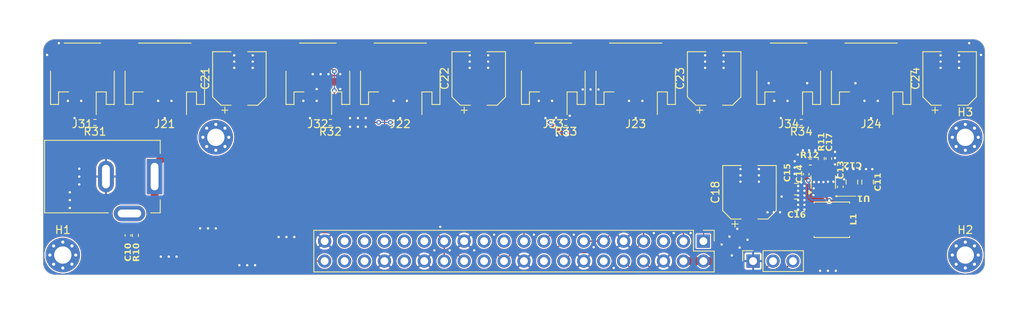
<source format=kicad_pcb>
(kicad_pcb (version 20241229) (generator "pcbnew") (generator_version "9.0")
  (layers (0 "F.Cu" signal) (2 "B.Cu" signal) (13 "F.Paste" user) (15 "B.Paste" user) (5 "F.SilkS" user "F.Silkscreen") (7 "B.SilkS" user "B.Silkscreen") (1 "F.Mask" user) (3 "B.Mask" user) (25 "Edge.Cuts" user))
  (net 0 "")
  (net 1 "GND")
  (net 2 "Net-(U1-SW)")
  (net 3 "+5V")
  (net 4 "Net-(U1-BOOT)")
  (net 5 "Net-(U1-FB)")
  (net 6 "+24V")
  (net 7 "Net-(C10-Pad1)")
  (net 11 "/UART_4")
  (net 12 "/UART_0_TX")
  (net 14 "/UART_5")
  (net 15 "/UART_2")
  (net 16 "/BTN_A")
  (net 20 "/BTN_D")
  (net 26 "/UART_0_RX")
  (net 27 "/BTN_B")
  (net 28 "/BTN_C")
  (net 29 "/UART_3")
  (net 34 "+3.3V")
  (footprint "Connector_JST:JST_PH_S2B-PH-SM4-TB_1x02-1MP_P2.00mm_Horizontal" (layer "F.Cu") (at 195 105 180)
    (property "Reference" "J34")
    (property "Value" "PH2.0")
  )
  (footprint "Capacitor_SMD:C_0402_1005Metric" (layer "F.Cu") (at 200.1 115.2 -90)
    (property "Reference" "C17")
    (property "Value" "75p")
  )
  (footprint "Capacitor_SMD:C_0805_2012Metric" (layer "F.Cu") (at 203.05 118.2 90)
    (property "Reference" "C12")
    (property "Value" "10u 50V")
  )
  (footprint "Connector_JST:JST_PH_S3B-PH-SM4-TB_1x03-1MP_P2.00mm_Horizontal" (layer "F.Cu") (at 115.5 105 180)
    (property "Reference" "J21")
    (property "Value" "PH2.0")
  )
  (footprint "Capacitor_SMD:C_0805_2012Metric" (layer "F.Cu") (at 205.05 118.2 90)
    (property "Reference" "C11")
    (property "Value" "10u 50V")
  )
  (footprint "MountingHole:MountingHole_2.2mm_M2_Pad_Via" (layer "F.Cu") (at 217.5 127.5)
    (property "Reference" "H2")
    (property "Value" "MountingHole")
  )
  (footprint "Capacitor_SMD:CP_Elec_6.3x7.7" (layer "F.Cu") (at 185.5 105 90)
    (property "Reference" "C23")
    (property "Value" "100u 50V")
  )
  (footprint "Capacitor_SMD:C_0805_2012Metric" (layer "F.Cu") (at 195.975 119.1)
    (property "Reference" "C15")
    (property "Value" "22u 25V")
  )
  (footprint "Connector_JST:JST_PH_S2B-PH-SM4-TB_1x02-1MP_P2.00mm_Horizontal" (layer "F.Cu") (at 105 105 180)
    (property "Reference" "J31")
    (property "Value" "PH2.0")
  )
  (footprint "Resistor_SMD:R_0402_1005Metric" (layer "F.Cu") (at 166.6 110.6 180)
    (property "Reference" "R33")
    (property "Value" "100k")
  )
  (footprint "Capacitor_SMD:CP_Elec_6.3x7.7" (layer "F.Cu") (at 155.5 105 90)
    (property "Reference" "C22")
    (property "Value" "100u 50V")
  )
  (footprint "Resistor_SMD:R_0402_1005Metric" (layer "F.Cu") (at 196.6 110.6 180)
    (property "Reference" "R34")
    (property "Value" "100k")
  )
  (footprint "Connector_PinSocket_2.54mm:PinSocket_1x03_P2.54mm_Vertical" (layer "F.Cu") (at 190.46 128.27 90)
    (property "Reference" "J3" (hide yes))
    (property "Value" "P2.54 1x03")
  )
  (footprint "Capacitor_SMD:C_0805_2012Metric" (layer "F.Cu") (at 195.975 121.1)
    (property "Reference" "C16")
    (property "Value" "22u 25V")
  )
  (footprint "Resistor_SMD:R_0402_1005Metric" (layer "F.Cu") (at 111.75 125 -90)
    (property "Reference" "R10")
    (property "Value" "4.7")
  )
  (footprint "Capacitor_SMD:C_0402_1005Metric" (layer "F.Cu") (at 197.225 117.2 -90)
    (property "Reference" "C14")
    (property "Value" "100n")
  )
  (footprint "Capacitor_SMD:C_0402_1005Metric" (layer "F.Cu") (at 110.8 125 90)
    (property "Reference" "C10")
    (property "Value" "100n")
  )
  (footprint "Capacitor_SMD:CP_Elec_6.3x7.7" (layer "F.Cu") (at 215.5 105 90)
    (property "Reference" "C24")
    (property "Value" "100u 50V")
  )
  (footprint "Connector_JST:JST_PH_S3B-PH-SM4-TB_1x03-1MP_P2.00mm_Horizontal" (layer "F.Cu") (at 175.5 105 180)
    (property "Reference" "J23")
    (property "Value" "PH2.0")
  )
  (footprint "Resistor_SMD:R_0402_1005Metric" (layer "F.Cu") (at 136.6 110.6 180)
    (property "Reference" "R32")
    (property "Value" "100k")
  )
  (footprint "Capacitor_SMD:C_0402_1005Metric" (layer "F.Cu") (at 201.575 118.8 90)
    (property "Reference" "C13")
    (property "Value" "100n")
  )
  (footprint "MountingHole:MountingHole_2.2mm_M2_Pad_Via" (layer "F.Cu") (at 122 112.5)
    (property "Reference" "H4" (hide yes))
    (property "Value" "MountingHole")
  )
  (footprint "Connector_PinHeader_2.54mm:PinHeader_2x20_P2.54mm_Vertical" (layer "F.Cu") (at 184.125 125.725 -90)
    (property "Reference" "J2" (hide yes))
    (property "Value" "P2.54 2x20")
  )
  (footprint "Connector_JST:JST_PH_S3B-PH-SM4-TB_1x03-1MP_P2.00mm_Horizontal" (layer "F.Cu") (at 205.5 105 180)
    (property "Reference" "J24")
    (property "Value" "PH2.0")
  )
  (footprint "Capacitor_SMD:CP_Elec_6.3x7.7" (layer "F.Cu") (at 190 119.5 90)
    (property "Reference" "C18")
    (property "Value" "470u 10V")
  )
  (footprint "Resistor_SMD:R_0402_1005Metric" (layer "F.Cu") (at 197.75 115.65 180)
    (property "Reference" "R12")
    (property "Value" "27k")
  )
  (footprint "Connector_JST:JST_PH_S2B-PH-SM4-TB_1x02-1MP_P2.00mm_Horizontal" (layer "F.Cu") (at 165 105 180)
    (property "Reference" "J33")
    (property "Value" "PH2.0")
  )
  (footprint "MountingHole:MountingHole_2.2mm_M2_Pad_Via" (layer "F.Cu") (at 217.5 112.5)
    (property "Reference" "H3")
    (property "Value" "MountingHole")
  )
  (footprint "Package_TO_SOT_SMD:SOT-23-6" (layer "F.Cu") (at 199.4 118.2 90)
    (property "Reference" "U1")
    (property "Value" "TPS54302")
  )
  (footprint "Resistor_SMD:R_0402_1005Metric" (layer "F.Cu") (at 199.15 115.2 -90)
    (property "Reference" "R11")
    (property "Value" "200k")
  )
  (footprint "MountingHole:MountingHole_2.2mm_M2_Pad_Via" (layer "F.Cu") (at 102.5 127.5)
    (property "Reference" "H1")
    (property "Value" "MountingHole")
  )
  (footprint "Capacitor_SMD:CP_Elec_6.3x7.7" (layer "F.Cu") (at 125 105 90)
    (property "Reference" "C21")
    (property "Value" "100u 50V")
  )
  (footprint "Connector_JST:JST_PH_S2B-PH-SM4-TB_1x02-1MP_P2.00mm_Horizontal" (layer "F.Cu") (at 135 105 180)
    (property "Reference" "J32")
    (property "Value" "PH2.0")
  )
  (footprint "Connector_BarrelJack:BarrelJack_Kycon_KLDX-0202-xC_Horizontal" (layer "F.Cu") (at 114.2 117.5)
    (property "Reference" "J1" (hide yes))
    (property "Value" "DC D5.5")
  )
  (footprint "Inductor_SMD:L_Sunlord_SWPA4030S" (layer "F.Cu") (at 200.5 123 180)
    (property "Reference" "L1")
    (property "Value" "10u")
  )
  (footprint "Resistor_SMD:R_0402_1005Metric" (layer "F.Cu") (at 106.6 110.6 180)
    (property "Reference" "R31")
    (property "Value" "100k")
  )
  (footprint "Connector_JST:JST_PH_S3B-PH-SM4-TB_1x03-1MP_P2.00mm_Horizontal" (layer "F.Cu") (at 145.5 105 180)
    (property "Reference" "J22")
    (property "Value" "PH2.0")
  )
  (gr_line (start 200.95 120) (end 201.15 120.1) (stroke (width 0.1)) (layer "F.SilkS"))
  (gr_line (start 200.95 120) (end 203.55 120) (stroke (width 0.1)) (layer "F.SilkS"))
  (gr_line (start 200.95 120) (end 201.15 119.9) (stroke (width 0.1)) (layer "F.SilkS"))
  (gr_arc (start 218.5 100) (mid 219.56066 100.43934) (end 220 101.5) (stroke (width 0.05)) (layer "Edge.Cuts"))
  (gr_line (start 218.5 130) (end 101.5 130) (stroke (width 0.05)) (layer "Edge.Cuts"))
  (gr_arc (start 100 101.5) (mid 100.43934 100.43934) (end 101.5 100) (stroke (width 0.05)) (layer "Edge.Cuts"))
  (gr_line (start 100 128.5) (end 100 101.5) (stroke (width 0.05)) (layer "Edge.Cuts"))
  (gr_line (start 220 101.5) (end 220 128.5) (stroke (width 0.05)) (layer "Edge.Cuts"))
  (gr_line (start 101.5 100) (end 218.5 100) (stroke (width 0.05)) (layer "Edge.Cuts"))
  (gr_arc (start 220 128.5) (mid 219.56066 129.56066) (end 218.5 130) (stroke (width 0.05)) (layer "Edge.Cuts"))
  (gr_arc (start 101.5 130) (mid 100.43934 129.56066) (end 100 128.5) (stroke (width 0.05)) (layer "Edge.Cuts"))
  (segment (start 196.625 118.8) (end 196.625 116.265) (width 0.15) (layer "F.Cu") (net 1))
  (segment (start 196.625 116.265) (end 197.24 115.65) (width 0.15) (layer "F.Cu") (net 1))
  (segment (start 196.925 118.8) (end 196.625 118.5) (width 0.15) (layer "F.Cu") (net 1))
  (via (at 154.35 103.65) (size 0.6) (drill 0.3) (layers "F.Cu" "B.Cu") (net 1))
  (via (at 145.5 110.05) (size 0.6) (drill 0.3) (layers "F.Cu" "B.Cu") (net 1))
  (via (at 196.2 121.7) (size 0.6) (drill 0.3) (layers "F.Cu" "B.Cu") (net 1))
  (via (at 219.5 102) (size 0.6) (drill 0.3) (layers "F.Cu" "B.Cu") (net 1))
  (via (at 204.65 107.85) (size 0.6) (drill 0.3) (layers "F.Cu" "B.Cu") (net 1))
  (via (at 100.5 102) (size 0.6) (drill 0.3) (layers "F.Cu" "B.Cu") (net 1))
  (via (at 193.15 107.85) (size 0.6) (drill 0.3) (layers "F.Cu" "B.Cu") (net 1))
  (via (at 198.175 119) (size 0.6) (drill 0.3) (layers "F.Cu" "B.Cu") (net 1))
  (via (at 200.9 114.35) (size 0.6) (drill 0.3) (layers "F.Cu" "B.Cu") (net 1))
  (via (at 191.2 118.15) (size 0.6) (drill 0.3) (layers "F.Cu" "B.Cu") (net 1))
  (via (at 188.85 118.15) (size 0.6) (drill 0.3) (layers "F.Cu" "B.Cu") (net 1))
  (via (at 187.45 125.15) (size 0.6) (drill 0.3) (layers "F.Cu" "B.Cu") (net 1))
  (via (at 134.85 107.85) (size 0.6) (drill 0.3) (layers "F.Cu" "B.Cu") (net 1))
  (via (at 170.75 106.4) (size 0.6) (drill 0.3) (layers "F.Cu" "B.Cu") (net 1))
  (via (at 139.1 111.15) (size 0.6) (drill 0.3) (layers "F.Cu" "B.Cu") (net 1))
  (via (at 137.85 106.35) (size 0.6) (drill 0.3) (layers "F.Cu" "B.Cu") (net 1))
  (via (at 197 119.3) (size 0.6) (drill 0.3) (layers "F.Cu" "B.Cu") (net 1))
  (via (at 164 110.05) (size 0.6) (drill 0.3) (layers "F.Cu" "B.Cu") (net 1))
  (via (at 141.1 110.05) (size 0.6) (drill 0.3) (layers "F.Cu" "B.Cu") (net 1))
  (via (at 184.35 103.65) (size 0.6) (drill 0.3) (layers "F.Cu" "B.Cu") (net 1))
  (via (at 116 127.7) (size 0.6) (drill 0.3) (layers "F.Cu" "B.Cu") (net 1))
  (via (at 204.05 116.55) (size 0.6) (drill 0.3) (layers "F.Cu" "B.Cu") (net 1))
  (via (at 203.25 116.55) (size 0.6) (drill 0.3) (layers "F.Cu" "B.Cu") (net 1))
  (via (at 198.15 119.85) (size 0.6) (drill 0.3) (layers "F.Cu" "B.Cu") (net 1))
  (via (at 163.15 107.85) (size 0.6) (drill 0.3) (layers "F.Cu" "B.Cu") (net 1))
  (via (at 146.35 107.85) (size 0.6) (drill 0.3) (layers "F.Cu" "B.Cu") (net 1))
  (via (at 195.75 117.15) (size 0.6) (drill 0.3) (layers "F.Cu" "B.Cu") (net 1))
  (via (at 196.2 121.1) (size 0.6) (drill 0.3) (layers "F.Cu" "B.Cu") (net 1))
  (via (at 202.05 117.85) (size 0.6) (drill 0.3) (layers "F.Cu" "B.Cu") (net 1))
  (via (at 197 118.7) (size 0.6) (drill 0.3) (layers "F.Cu" "B.Cu") (net 1))
  (via (at 198.225 118.2) (size 0.6) (drill 0.3) (layers "F.Cu" "B.Cu") (net 1))
  (via (at 140.1 111.15) (size 0.6) (drill 0.3) (layers "F.Cu" "B.Cu") (net 1))
  (via (at 200.9 115.95) (size 0.6) (drill 0.3) (layers "F.Cu" "B.Cu") (net 1))
  (via (at 180.35 124.7) (size 0.6) (drill 0.3) (layers "F.Cu" "B.Cu") (net 1))
  (via (at 154.35 102.85) (size 0.6) (drill 0.3) (layers "F.Cu" "B.Cu") (net 1))
  (via (at 150.6 123.9) (size 0.6) (drill 0.3) (layers "F.Cu" "B.Cu") (net 1))
  (via (at 196.2 120.5) (size 0.6) (drill 0.3) (layers "F.Cu" "B.Cu") (net 1))
  (via (at 115 127.7) (size 0.6) (drill 0.3) (layers "F.Cu" "B.Cu") (net 1))
  (via (at 126.7 102.85) (size 0.6) (drill 0.3) (layers "F.Cu" "B.Cu") (net 1))
  (via (at 103.4 121.5) (size 0.6) (drill 0.3) (layers "F.Cu" "B.Cu") (net 1))
  (via (at 194 110.05) (size 0.6) (drill 0.3) (layers "F.Cu" "B.Cu") (net 1))
  (via (at 196.2 119.9) (size 0.6) (drill 0.3) (layers "F.Cu" "B.Cu") (net 1))
  (via (at 188.75 126.55) (size 0.6) (drill 0.3) (layers "F.Cu" "B.Cu") (net 1))
  (via (at 191.2 116.55) (size 0.6) (drill 0.3) (layers "F.Cu" "B.Cu") (net 1))
  (via (at 120 124.1) (size 0.6) (drill 0.3) (layers "F.Cu" "B.Cu") (net 1))
  (via (at 168.75 106.4) (size 0.6) (drill 0.3) (layers "F.Cu" "B.Cu") (net 1))
  (via (at 177.81 124.7) (size 0.6) (drill 0.3) (layers "F.Cu" "B.Cu") (net 1))
  (via (at 200 129.5) (size 0.6) (drill 0.3) (layers "F.Cu" "B.Cu") (net 1))
  (via (at 156.7 103.65) (size 0.6) (drill 0.3) (layers "F.Cu" "B.Cu") (net 1))
  (via (at 135.35 104.45) (size 0.6) (drill 0.3) (layers "F.Cu" "B.Cu") (net 1))
  (via (at 194.1 120.05) (size 0.6) (drill 0.3) (layers "F.Cu" "B.Cu") (net 1))
  (via (at 216.7 103.65) (size 0.6) (drill 0.3) (layers "F.Cu" "B.Cu") (net 1))
  (via (at 124.35 102.85) (size 0.6) (drill 0.3) (layers "F.Cu" "B.Cu") (net 1))
  (via (at 102 100.5) (size 0.6) (drill 0.3) (layers "F.Cu" "B.Cu") (net 1))
  (via (at 206.35 107.85) (size 0.6) (drill 0.3) (layers "F.Cu" "B.Cu") (net 1))
  (via (at 214.35 102.05) (size 0.6) (drill 0.3) (layers "F.Cu" "B.Cu") (net 1))
  (via (at 132 125.2) (size 0.6) (drill 0.3) (layers "F.Cu" "B.Cu") (net 1))
  (via (at 126 128.8) (size 0.6) (drill 0.3) (layers "F.Cu" "B.Cu") (net 1))
  (via (at 188.85 116.55) (size 0.6) (drill 0.3) (layers "F.Cu" "B.Cu") (net 1))
  (via (at 200.9 115.15) (size 0.6) (drill 0.3) (layers "F.Cu" "B.Cu") (net 1))
  (via (at 167.61 124.9) (size 0.6) (drill 0.3) (layers "F.Cu" "B.Cu") (net 1))
  (via (at 203.5 105.6) (size 0.6) (drill 0.3) (layers "F.Cu" "B.Cu") (net 1))
  (via (at 186.45 126.15) (size 0.6) (drill 0.3) (layers "F.Cu" "B.Cu") (net 1))
  (via (at 186.7 102.05) (size 0.6) (drill 0.3) (layers "F.Cu" "B.Cu") (net 1))
  (via (at 130 125.2) (size 0.6) (drill 0.3) (layers "F.Cu" "B.Cu") (net 1))
  (via (at 127 128.8) (size 0.6) (drill 0.3) (layers "F.Cu" "B.Cu") (net 1))
  (via (at 169.75 106.4) (size 0.6) (drill 0.3) (layers "F.Cu" "B.Cu") (net 1))
  (via (at 170.15 126.5) (size 0.6) (drill 0.3) (layers "F.Cu" "B.Cu") (net 1))
  (via (at 140.1 110.05) (size 0.6) (drill 0.3) (layers "F.Cu" "B.Cu") (net 1))
  (via (at 137.85 104.45) (size 0.6) (drill 0.3) (layers "F.Cu" "B.Cu") (net 1))
  (via (at 198.825 118.2) (size 0.6) (drill 0.3) (layers "F.Cu" "B.Cu") (net 1))
  (via (at 124.35 103.65) (size 0.6) (drill 0.3) (layers "F.Cu" "B.Cu") (net 1))
  (via (at 196.2 119.3) (size 0.6) (drill 0.3) (layers "F.Cu" "B.Cu") (net 1))
  (via (at 188.85 117.35) (size 0.6) (drill 0.3) (layers "F.Cu" "B.Cu") (net 1))
  (via (at 157.45 124.9) (size 0.6) (drill 0.3) (layers "F.Cu" "B.Cu") (net 1))
  (via (at 121 124.1) (size 0.6) (drill 0.3) (layers "F.Cu" "B.Cu") (net 1))
  (via (at 205.5 110.05) (size 0.6) (drill 0.3) (layers "F.Cu" "B.Cu") (net 1))
  (via (at 126.7 102.05) (size 0.6) (drill 0.3) (layers "F.Cu" "B.Cu") (net 1))
  (via (at 186.7 102.85) (size 0.6) (drill 0.3) (layers "F.Cu" "B.Cu") (net 1))
  (via (at 134.35 104.45) (size 0.6) (drill 0.3) (layers "F.Cu" "B.Cu") (net 1))
  (via (at 103.4 120.5) (size 0.6) (drill 0.3) (layers "F.Cu" "B.Cu") (net 1))
  (via (at 114.65 107.85) (size 0.6) (drill 0.3) (layers "F.Cu" "B.Cu") (net 1))
  (via (at 197.6 114.15) (size 0.6) (drill 0.3) (layers "F.Cu" "B.Cu") (net 1))
  (via (at 192.45 105.6) (size 0.6) (drill 0.3) (layers "F.Cu" "B.Cu") (net 1))
  (via (at 197.35 105.6) (size 0.6) (drill 0.3) (layers "F.Cu" "B.Cu") (net 1))
  (via (at 115.5 110.05) (size 0.6) (drill 0.3) (layers "F.Cu" "B.Cu") (net 1))
  (via (at 193.9 122.05) (size 0.6) (drill 0.3) (layers "F.Cu" "B.Cu") (net 1))
  (via (at 156.7 102.05) (size 0.6) (drill 0.3) (layers "F.Cu" "B.Cu") (net 1))
  (via (at 134.85 106.35) (size 0.6) (drill 0.3) (layers "F.Cu" "B.Cu") (net 1))
  (via (at 139.1 110.05) (size 0.6) (drill 0.3) (layers "F.Cu" "B.Cu") (net 1))
  (via (at 117 127.7) (size 0.6) (drill 0.3) (layers "F.Cu" "B.Cu") (net 1))
  (via (at 141.1 111.15) (size 0.6) (drill 0.3) (layers "F.Cu" "B.Cu") (net 1))
  (via (at 200.7 118.15) (size 0.6) (drill 0.3) (layers "F.Cu" "B.Cu") (net 1))
  (via (at 193.1 122.05) (size 0.6) (drill 0.3) (layers "F.Cu" "B.Cu") (net 1))
  (via (at 124.35 102.05) (size 0.6) (drill 0.3) (layers "F.Cu" "B.Cu") (net 1))
  (via (at 198.4 114.15) (size 0.6) (drill 0.3) (layers "F.Cu" "B.Cu") (net 1))
  (via (at 172.7 129.15) (size 0.6) (drill 0.3) (layers "F.Cu" "B.Cu") (net 1))
  (via (at 192.3 122.05) (size 0.6) (drill 0.3) (layers "F.Cu" "B.Cu") (net 1))
  (via (at 134 110.05) (size 0.6) (drill 0.3) (layers "F.Cu" "B.Cu") (net 1))
  (via (at 196.6 118.25) (size 0.6) (drill 0.3) (layers "F.Cu" "B.Cu") (net 1))
  (via (at 196.15 114.7) (size 0.6) (drill 0.3) (layers "F.Cu" "B.Cu") (net 1))
  (via (at 196.8 114.15) (size 0.6) (drill 0.3) (layers "F.Cu" "B.Cu") (net 1))
  (via (at 104.85 107.85) (size 0.6) (drill 0.3) (layers "F.Cu" "B.Cu") (net 1))
  (via (at 176.35 107.85) (size 0.6) (drill 0.3) (layers "F.Cu" "B.Cu") (net 1))
  (via (at 197 119.9) (size 0.6) (drill 0.3) (layers "F.Cu" "B.Cu") (net 1))
  (via (at 165.45 112.25) (size 0.6) (drill 0.3) (layers "F.Cu" "B.Cu") (net 1))
  (via (at 214.35 103.65) (size 0.6) (drill 0.3) (layers "F.Cu" "B.Cu") (net 1))
  (via (at 216.7 102.85) (size 0.6) (drill 0.3) (layers "F.Cu" "B.Cu") (net 1))
  (via (at 164.85 107.85) (size 0.6) (drill 0.3) (layers "F.Cu" "B.Cu") (net 1))
  (via (at 195.75 116.35) (size 0.6) (drill 0.3) (layers "F.Cu" "B.Cu") (net 1))
  (via (at 197 121.1) (size 0.6) (drill 0.3) (layers "F.Cu" "B.Cu") (net 1))
  (via (at 103.15 107.85) (size 0.6) (drill 0.3) (layers "F.Cu" "B.Cu") (net 1))
  (via (at 189.75 125.55) (size 0.6) (drill 0.3) (layers "F.Cu" "B.Cu") (net 1))
  (via (at 200 118.15) (size 0.6) (drill 0.3) (layers "F.Cu" "B.Cu") (net 1))
  (via (at 218 100.5) (size 0.6) (drill 0.3) (layers "F.Cu" "B.Cu") (net 1))
  (via (at 201 129.5) (size 0.6) (drill 0.3) (layers "F.Cu" "B.Cu") (net 1))
  (via (at 186.7 103.65) (size 0.6) (drill 0.3) (layers "F.Cu" "B.Cu") (net 1))
  (via (at 133.15 107.85) (size 0.6) (drill 0.3) (layers "F.Cu" "B.Cu") (net 1))
  (via (at 122 124.1) (size 0.6) (drill 0.3) (layers "F.Cu" "B.Cu") (net 1))
  (via (at 104 110.05) (size 0.6) (drill 0.3) (layers "F.Cu" "B.Cu") (net 1))
  (via (at 103.4 119.5) (size 0.6) (drill 0.3) (layers "F.Cu" "B.Cu") (net 1))
  (via (at 204.85 116.55) (size 0.6) (drill 0.3) (layers "F.Cu" "B.Cu") (net 1))
  (via (at 144.65 107.85) (size 0.6) (drill 0.3) (layers "F.Cu" "B.Cu") (net 1))
  (via (at 184.35 102.05) (size 0.6) (drill 0.3) (layers "F.Cu" "B.Cu") (net 1))
  (via (at 188.45 124.15) (size 0.6) (drill 0.3) (layers "F.Cu" "B.Cu") (net 1))
  (via (at 197 121.7) (size 0.6) (drill 0.3) (layers "F.Cu" "B.Cu") (net 1))
  (via (at 199.425 118.2) (size 0.6) (drill 0.3) (layers "F.Cu" "B.Cu") (net 1))
  (via (at 104.6 118.5) (size 0.6) (drill 0.3) (layers "F.Cu" "B.Cu") (net 1))
  (via (at 162.53 124.9) (size 0.6) (drill 0.3) (layers "F.Cu" "B.Cu") (net 1))
  (via (at 197 120.5) (size 0.6) (drill 0.3) (layers "F.Cu" "B.Cu") (net 1))
  (via (at 202.45 116.55) (size 0.6) (drill 0.3) (layers "F.Cu" "B.Cu") (net 1))
  (via (at 214.35 102.85) (size 0.6) (drill 0.3) (layers "F.Cu" "B.Cu") (net 1))
  (via (at 165.35 110) (size 0.6) (drill 0.3) (layers "F.Cu" "B.Cu") (net 1))
  (via (at 154.35 102.05) (size 0.6) (drill 0.3) (layers "F.Cu" "B.Cu") (net 1))
  (via (at 205.65 116.55) (size 0.6) (drill 0.3) (layers "F.Cu" "B.Cu") (net 1))
  (via (at 195.75 115.55) (size 0.6) (drill 0.3) (layers "F.Cu" "B.Cu") (net 1))
  (via (at 187.75 127.55) (size 0.6) (drill 0.3) (layers "F.Cu" "B.Cu") (net 1))
  (via (at 136.35 104.45) (size 0.6) (drill 0.3) (layers "F.Cu" "B.Cu") (net 1))
  (via (at 182.5 124.7) (size 0.6) (drill 0.3) (layers "F.Cu" "B.Cu") (net 1))
  (via (at 154.93 126.9) (size 0.6) (drill 0.3) (layers "F.Cu" "B.Cu") (net 1))
  (via (at 191.2 117.35) (size 0.6) (drill 0.3) (layers "F.Cu" "B.Cu") (net 1))
  (via (at 149.85 126.9) (size 0.6) (drill 0.3) (layers "F.Cu" "B.Cu") (net 1))
  (via (at 174.65 107.85) (size 0.6) (drill 0.3) (layers "F.Cu" "B.Cu") (net 1))
  (via (at 216.7 102.05) (size 0.6) (drill 0.3) (layers "F.Cu" "B.Cu") (net 1))
  (via (at 131 125.2) (size 0.6) (drill 0.3) (layers "F.Cu" "B.Cu") (net 1))
  (via (at 201.15 117.6) (size 0.6) (drill 0.3) (layers "F.Cu" "B.Cu") (net 1))
  (via (at 167.1 109.75) (size 0.6) (drill 0.3) (layers "F.Cu" "B.Cu") (net 1))
  (via (at 104.6 116.5) (size 0.6) (drill 0.3) (layers "F.Cu" "B.Cu") (net 1))
  (via (at 175.5 110.05) (size 0.6) (drill 0.3) (layers "F.Cu" "B.Cu") (net 1))
  (via (at 104.6 117.5) (size 0.6) (drill 0.3) (layers "F.Cu" "B.Cu") (net 1))
  (via (at 151.8 126.9) (size 0.6) (drill 0.3) (layers "F.Cu" "B.Cu") (net 1))
  (via (at 116.35 107.85) (size 0.6) (drill 0.3) (layers "F.Cu" "B.Cu") (net 1))
  (via (at 199 129.5) (size 0.6) (drill 0.3) (layers "F.Cu" "B.Cu") (net 1))
  (via (at 184.35 102.85) (size 0.6) (drill 0.3) (layers "F.Cu" "B.Cu") (net 1))
  (via (at 196.2 118.7) (size 0.6) (drill 0.3) (layers "F.Cu" "B.Cu") (net 1))
  (via (at 194.85 107.85) (size 0.6) (drill 0.3) (layers "F.Cu" "B.Cu") (net 1))
  (via (at 126.7 103.65) (size 0.6) (drill 0.3) (layers "F.Cu" "B.Cu") (net 1))
  (via (at 156.7 102.85) (size 0.6) (drill 0.3) (layers "F.Cu" "B.Cu") (net 1))
  (via (at 125 128.8) (size 0.6) (drill 0.3) (layers "F.Cu" "B.Cu") (net 1))
  (segment (start 200.15 120.55) (end 199.4 119.8) (width 0.25) (layer "F.Cu") (net 2))
  (segment (start 199.4 119.8) (end 199.4 119.3375) (width 0.25) (layer "F.Cu") (net 2))
  (segment (start 202.35 123) (end 202.35 121.85) (width 0.25) (layer "F.Cu") (net 2))
  (segment (start 197.225 117.715104) (end 197.503854 117.993958) (width 0.15) (layer "F.Cu") (net 2))
  (segment (start 197.225 117.68) (end 197.225 117.715104) (width 0.15) (layer "F.Cu") (net 2))
  (segment (start 202.35 121.85) (end 201.05 120.55) (width 0.25) (layer "F.Cu") (net 2))
  (segment (start 201.05 120.55) (end 200.15 120.55) (width 0.25) (layer "F.Cu") (net 2))
  (via (at 200.15 120.55) (size 0.6) (drill 0.3) (layers "F.Cu" "B.Cu") (net 2))
  (via (at 197.503854 117.993958) (size 0.6) (drill 0.3) (layers "F.Cu" "B.Cu") (net 2))
  (segment (start 197.575 120.1) (end 197.575 118.293877) (width 0.25) (layer "B.Cu") (net 2))
  (segment (start 197.975 120.5) (end 197.575 120.1) (width 0.25) (layer "B.Cu") (net 2))
  (segment (start 200.1 120.5) (end 197.975 120.5) (width 0.25) (layer "B.Cu") (net 2))
  (segment (start 200.15 120.55) (end 200.1 120.5) (width 0.25) (layer "B.Cu") (net 2))
  (segment (start 197.503854 118.222731) (end 197.503854 117.993958) (width 0.25) (layer "B.Cu") (net 2))
  (segment (start 196.275 116.75) (end 196.275 115.35) (width 0.15) (layer "F.Cu") (net 3))
  (segment (start 190 122.2) (end 190 123.95) (width 1) (layer "F.Cu") (net 3))
  (segment (start 198.65 123) (end 198.65 122.75) (width 0.25) (layer "F.Cu") (net 3))
  (segment (start 199.15 114.69) (end 200.07 114.69) (width 0.15) (layer "F.Cu") (net 3))
  (segment (start 200.07 114.69) (end 200.1 114.72) (width 0.15) (layer "F.Cu") (net 3))
  (segment (start 191.1 121.1) (end 190 122.2) (width 1) (layer "F.Cu") (net 3))
  (segment (start 195.025 119.1) (end 195.025 121.1) (width 0.5) (layer "F.Cu") (net 3))
  (segment (start 195.025 121.375) (end 196.3 122.65) (width 0.25) (layer "F.Cu") (net 3))
  (segment (start 196.3 122.65) (end 198.55 122.65) (width 0.25) (layer "F.Cu") (net 3))
  (segment (start 184.125 128.265) (end 181.585 128.265) (width 1) (layer "F.Cu") (net 3))
  (segment (start 195.025 121.1) (end 191.1 121.1) (width 1) (layer "F.Cu") (net 3))
  (segment (start 196.935 114.69) (end 199.15 114.69) (width 0.15) (layer "F.Cu") (net 3))
  (segment (start 196.275 115.35) (end 196.935 114.69) (width 0.15) (layer "F.Cu") (net 3))
  (segment (start 196.275 117.525) (end 196.275 116.75) (width 0.15) (layer "F.Cu") (net 3))
  (segment (start 185.685 128.265) (end 184.125 128.265) (width 1) (layer "F.Cu") (net 3))
  (segment (start 190 123.95) (end 185.685 128.265) (width 1) (layer "F.Cu") (net 3))
  (segment (start 195.025 118.775) (end 196.275 117.525) (width 0.15) (layer "F.Cu") (net 3))
  (segment (start 197.555 117.05) (end 198.4375 117.05) (width 0.25) (layer "F.Cu") (net 4))
  (segment (start 197.225 116.72) (end 197.555 117.05) (width 0.25) (layer "F.Cu") (net 4))
  (segment (start 198.4375 117.05) (end 198.45 117.0625) (width 0.15) (layer "F.Cu") (net 4))
  (segment (start 199.15 115.71) (end 200.07 115.71) (width 0.15) (layer "F.Cu") (net 5))
  (segment (start 198.32 115.71) (end 198.26 115.65) (width 0.15) (layer "F.Cu") (net 5))
  (segment (start 200.35 117.0625) (end 200.35 115.93) (width 0.15) (layer "F.Cu") (net 5))
  (segment (start 200.35 115.93) (end 200.1 115.68) (width 0.15) (layer "F.Cu") (net 5))
  (segment (start 199.15 115.71) (end 198.32 115.71) (width 0.15) (layer "F.Cu") (net 5))
  (segment (start 175.25 105.449) (end 176.130134 105.449) (width 1) (layer "F.Cu") (net 6))
  (segment (start 205.7 119.15) (end 205.05 119.15) (width 1) (layer "F.Cu") (net 6))
  (segment (start 146.081134 105.4) (end 147.5 106.818866) (width 1) (layer "F.Cu") (net 6))
  (segment (start 155.5 107.7) (end 147.65 107.7) (width 1) (layer "F.Cu") (net 6))
  (segment (start 215.5 109.35) (end 205.7 119.15) (width 1) (layer "F.Cu") (net 6))
  (segment (start 125 107.7) (end 127.3 105.4) (width 1) (layer "F.Cu") (net 6))
  (segment (start 125 107.7) (end 117.65 107.7) (width 1) (layer "F.Cu") (net 6))
  (segment (start 205.231134 104.55) (end 207.5 106.818866) (width 1) (layer "F.Cu") (net 6))
  (segment (start 114.2 117.5) (end 114.2 122.334867) (width 1) (layer "F.Cu") (net 6))
  (segment (start 177.5 106.818866) (end 177.5 107.85) (width 1) (layer "F.Cu") (net 6))
  (segment (start 207.5 106.818866) (end 207.5 107.85) (width 1) (layer "F.Cu") (net 6))
  (segment (start 147.65 107.7) (end 147.5 107.85) (width 1) (layer "F.Cu") (net 6))
  (segment (start 176.130134 105.449) (end 177.5 106.818866) (width 1) (layer "F.Cu") (net 6))
  (segment (start 200.4075 119.28) (end 201.575 119.28) (width 0.5) (layer "F.Cu") (net 6))
  (segment (start 207.65 107.7) (end 207.5 107.85) (width 1) (layer "F.Cu") (net 6))
  (segment (start 147.5 106.818866) (end 147.5 107.85) (width 1) (layer "F.Cu") (net 6))
  (segment (start 203.05 119.15) (end 205.05 119.15) (width 0.5) (layer "F.Cu") (net 6))
  (segment (start 201.575 119.28) (end 201.575 119.3) (width 0.5) (layer "F.Cu") (net 6))
  (segment (start 185.5 107.7) (end 188.65 104.55) (width 1) (layer "F.Cu") (net 6))
  (segment (start 117.65 107.7) (end 117.5 107.85) (width 1) (layer "F.Cu") (net 6))
  (segment (start 117.5 112.8) (end 117.5 107.85) (width 1) (layer "F.Cu") (net 6))
  (segment (start 177.65 107.7) (end 177.5 107.85) (width 1) (layer "F.Cu") (net 6))
  (segment (start 201.575 119.28) (end 202.92 119.28) (width 0.5) (layer "F.Cu") (net 6))
  (segment (start 114.2 117.5) (end 114.2 116.1) (width 1) (layer "F.Cu") (net 6))
  (segment (start 114.2 122.334867) (end 112.044867 124.49) (width 1) (layer "F.Cu") (net 6))
  (segment (start 127.3 105.4) (end 145.25 105.4) (width 1) (layer "F.Cu") (net 6))
  (segment (start 145.25 105.4) (end 146.081134 105.4) (width 1) (layer "F.Cu") (net 6))
  (segment (start 155.5 107.7) (end 157.751 105.449) (width 1) (layer "F.Cu") (net 6))
  (segment (start 215.5 107.7) (end 207.65 107.7) (width 1) (layer "F.Cu") (net 6))
  (segment (start 185.5 107.7) (end 177.65 107.7) (width 1) (layer "F.Cu") (net 6))
  (segment (start 215.5 107.7) (end 215.5 109.35) (width 1) (layer "F.Cu") (net 6))
  (segment (start 157.751 105.449) (end 175.25 105.449) (width 1) (layer "F.Cu") (net 6))
  (segment (start 114.2 116.1) (end 117.5 112.8) (width 1) (layer "F.Cu") (net 6))
  (segment (start 200.35 119.3375) (end 200.4075 119.28) (width 0.5) (layer "F.Cu") (net 6))
  (segment (start 112.044867 124.49) (end 111.761 124.49) (width 1) (layer "F.Cu") (net 6))
  (segment (start 188.65 104.55) (end 205.231134 104.55) (width 1) (layer "F.Cu") (net 6))
  (segment (start 111.72 125.48) (end 111.75 125.51) (width 0.5) (layer "F.Cu") (net 7))
  (segment (start 110.8 125.48) (end 111.72 125.48) (width 0.5) (layer "F.Cu") (net 7))
  (segment (start 192.3 106.75) (end 193.176 105.874) (width 0.15) (layer "F.Cu") (net 11))
  (segment (start 203.5 109.05) (end 203.5 107.85) (width 0.15) (layer "F.Cu") (net 11))
  (segment (start 197.1 106.35) (end 203.5 106.35) (width 0.15) (layer "F.Cu") (net 11))
  (segment (start 203.5 106.35) (end 203.5 107.85) (width 0.15) (layer "F.Cu") (net 11))
  (segment (start 175.041 127.189) (end 176.505 125.725) (width 0.15) (layer "F.Cu") (net 11))
  (segment (start 193.176 105.874) (end 196.624 105.874) (width 0.15) (layer "F.Cu") (net 11))
  (segment (start 176.505 125.725) (end 176.505 122.545) (width 0.15) (layer "F.Cu") (net 11))
  (segment (start 166.345 128.265) (end 167.421 127.189) (width 0.15) (layer "F.Cu") (net 11))
  (segment (start 196.624 105.874) (end 197.1 106.35) (width 0.15) (layer "F.Cu") (net 11))
  (segment (start 167.421 127.189) (end 175.041 127.189) (width 0.15) (layer "F.Cu") (net 11))
  (segment (start 176.505 122.545) (end 192.3 106.75) (width 0.15) (layer "F.Cu") (net 11))
  (segment (start 176.505 128.265) (end 177.74 129.5) (width 0.15) (layer "F.Cu") (net 12))
  (segment (start 191.77 129.5) (end 193 128.27) (width 0.15) (layer "F.Cu") (net 12))
  (segment (start 177.74 129.5) (end 191.77 129.5) (width 0.15) (layer "F.Cu") (net 12))
  (segment (start 173.5 123.65) (end 171.425 125.725) (width 0.15) (layer "F.Cu") (net 14))
  (segment (start 173.5 107.85) (end 173.5 123.65) (width 0.15) (layer "F.Cu") (net 14))
  (segment (start 168.885 125.725) (end 171.425 125.725) (width 0.15) (layer "F.Cu") (net 14))
  (segment (start 159.89 127.1) (end 164.97 127.1) (width 0.15) (layer "F.Cu") (net 15))
  (segment (start 158.725 128.265) (end 159.89 127.1) (width 0.15) (layer "F.Cu") (net 15))
  (segment (start 143.5 107.85) (end 143.5 112.1) (width 0.15) (layer "F.Cu") (net 15))
  (segment (start 154.8 125.861694) (end 156.127306 127.189) (width 0.15) (layer "F.Cu") (net 15))
  (segment (start 157.649 127.189) (end 158.725 128.265) (width 0.15) (layer "F.Cu") (net 15))
  (segment (start 154.8 123.4) (end 154.8 125.861694) (width 0.15) (layer "F.Cu") (net 15))
  (segment (start 164.97 127.1) (end 166.345 125.725) (width 0.15) (layer "F.Cu") (net 15))
  (segment (start 156.127306 127.189) (end 157.649 127.189) (width 0.15) (layer "F.Cu") (net 15))
  (segment (start 143.5 112.1) (end 154.8 123.4) (width 0.15) (layer "F.Cu") (net 15))
  (segment (start 106.09 110.6) (end 106.09 107.94) (width 0.15) (layer "F.Cu") (net 16))
  (segment (start 106.09 110.6) (end 103.95 112.74) (width 0.15) (layer "F.Cu") (net 16))
  (segment (start 103.95 112.74) (end 103.95 123.3) (width 0.15) (layer "F.Cu") (net 16))
  (segment (start 108.915 128.265) (end 135.865 128.265) (width 0.15) (layer "F.Cu") (net 16))
  (segment (start 106.09 107.94) (end 106 107.85) (width 0.15) (layer "F.Cu") (net 16))
  (segment (start 103.95 123.3) (end 108.915 128.265) (width 0.15) (layer "F.Cu") (net 16))
  (segment (start 181.585 120.915) (end 181.585 125.725) (width 0.15) (layer "F.Cu") (net 20))
  (segment (start 191.7 110.8) (end 181.585 120.915) (width 0.15) (layer "F.Cu") (net 20))
  (segment (start 196.09 107.94) (end 196 107.85) (width 0.15) (layer "F.Cu") (net 20))
  (segment (start 196.09 110.6) (end 196.09 107.94) (width 0.15) (layer "F.Cu") (net 20))
  (segment (start 195.89 110.8) (end 191.7 110.8) (width 0.15) (layer "F.Cu") (net 20))
  (segment (start 196.09 110.6) (end 195.89 110.8) (width 0.15) (layer "F.Cu") (net 20))
  (segment (start 194.01 129.8) (end 195.54 128.27) (width 0.15) (layer "F.Cu") (net 26))
  (segment (start 175.5 129.8) (end 194.01 129.8) (width 0.15) (layer "F.Cu") (net 26))
  (segment (start 173.965 128.265) (end 175.5 129.8) (width 0.15) (layer "F.Cu") (net 26))
  (segment (start 138.49 113) (end 140.65 113) (width 0.15) (layer "F.Cu") (net 27))
  (segment (start 140.65 113) (end 152.35 124.7) (width 0.15) (layer "F.Cu") (net 27))
  (segment (start 136.09 107.94) (end 136 107.85) (width 0.15) (layer "F.Cu") (net 27))
  (segment (start 152.35 126.97) (end 153.645 128.265) (width 0.15) (layer "F.Cu") (net 27))
  (segment (start 136.09 110.6) (end 136.09 107.94) (width 0.15) (layer "F.Cu") (net 27))
  (segment (start 152.35 124.7) (end 152.35 126.97) (width 0.15) (layer "F.Cu") (net 27))
  (segment (start 136.09 110.6) (end 138.49 113) (width 0.15) (layer "F.Cu") (net 27))
  (segment (start 166.09 110.6) (end 166.05 110.6) (width 0.15) (layer "F.Cu") (net 28))
  (segment (start 166.09 107.94) (end 166 107.85) (width 0.15) (layer "F.Cu") (net 28))
  (segment (start 161.265 115.385) (end 161.265 125.725) (width 0.15) (layer "F.Cu") (net 28))
  (segment (start 166.05 110.6) (end 161.265 115.385) (width 0.15) (layer "F.Cu") (net 28))
  (segment (start 166.09 110.6) (end 166.09 107.94) (width 0.15) (layer "F.Cu") (net 28))
  (segment (start 117.3 124.649) (end 150.029 124.649) (width 0.15) (layer "F.Cu") (net 29))
  (segment (start 113.5 109.2) (end 112.15 109.2) (width 0.15) (layer "F.Cu") (net 29))
  (segment (start 114.949 127) (end 117.3 124.649) (width 0.15) (layer "F.Cu") (net 29))
  (segment (start 105.25 116.1) (end 105.25 122.45) (width 0.15) (layer "F.Cu") (net 29))
  (segment (start 113.5 107.85) (end 113.5 109.2) (width 0.15) (layer "F.Cu") (net 29))
  (segment (start 105.25 122.45) (end 109.8 127) (width 0.15) (layer "F.Cu") (net 29))
  (segment (start 151.105 125.725) (end 151.105 128.265) (width 0.15) (layer "F.Cu") (net 29))
  (segment (start 112.15 109.2) (end 105.25 116.1) (width 0.15) (layer "F.Cu") (net 29))
  (segment (start 150.029 124.649) (end 151.105 125.725) (width 0.15) (layer "F.Cu") (net 29))
  (segment (start 109.8 127) (end 114.949 127) (width 0.15) (layer "F.Cu") (net 29))
  (segment (start 144.25 110.6) (end 164.65 110.6) (width 0.15) (layer "F.Cu") (net 34))
  (segment (start 137.1 104.1) (end 133.174 100.174) (width 0.15) (layer "F.Cu") (net 34))
  (segment (start 191.775678 111.15) (end 196.56 111.15) (width 0.15) (layer "F.Cu") (net 34))
  (segment (start 196.56 111.15) (end 197.11 110.6) (width 0.15) (layer "F.Cu") (net 34))
  (segment (start 184.125 125.725) (end 184.15 125.7) (width 0.15) (layer "F.Cu") (net 34))
  (segment (start 117.536 100.174) (end 107.11 110.6) (width 0.15) (layer "F.Cu") (net 34))
  (segment (start 137.1 106.55) (end 137.1 106.58) (width 0.15) (layer "F.Cu") (net 34))
  (segment (start 166.65 111.95) (end 167.11 111.95) (width 0.15) (layer "F.Cu") (net 34))
  (segment (start 137.1 106.58) (end 137.11 106.59) (width 0.15) (layer "F.Cu") (net 34))
  (segment (start 137.11 106.59) (end 137.11 110.6) (width 0.15) (layer "F.Cu") (net 34))
  (segment (start 137.11 110.6) (end 142.75 110.6) (width 0.15) (layer "F.Cu") (net 34))
  (segment (start 167.11 111.95) (end 167.11 122.42) (width 0.15) (layer "F.Cu") (net 34))
  (segment (start 184.15 118.775678) (end 191.775678 111.15) (width 0.15) (layer "F.Cu") (net 34))
  (segment (start 167.11 110.6) (end 167.11 111.95) (width 0.15) (layer "F.Cu") (net 34))
  (segment (start 167.11 122.42) (end 163.805 125.725) (width 0.15) (layer "F.Cu") (net 34))
  (segment (start 184.15 125.7) (end 184.15 118.775678) (width 0.15) (layer "F.Cu") (net 34))
  (segment (start 133.174 100.174) (end 117.536 100.174) (width 0.15) (layer "F.Cu") (net 34))
  (via (at 144.25 110.6) (size 0.6) (drill 0.3) (layers "F.Cu" "B.Cu") (net 34))
  (via (at 142.75 110.6) (size 0.6) (drill 0.3) (layers "F.Cu" "B.Cu") (net 34))
  (via (at 137.1 106.55) (size 0.6) (drill 0.3) (layers "F.Cu" "B.Cu") (net 34))
  (via (at 166.65 111.95) (size 0.6) (drill 0.3) (layers "F.Cu" "B.Cu") (net 34))
  (via (at 164.65 110.6) (size 0.6) (drill 0.3) (layers "F.Cu" "B.Cu") (net 34))
  (via (at 137.1 104.1) (size 0.6) (drill 0.3) (layers "F.Cu" "B.Cu") (net 34))
  (segment (start 137.1 106.55) (end 137.1 104.1) (width 0.15) (layer "B.Cu") (net 34))
  (segment (start 142.75 110.6) (end 144.25 110.6) (width 0.15) (layer "B.Cu") (net 34))
  (segment (start 166 111.95) (end 164.65 110.6) (width 0.15) (layer "B.Cu") (net 34))
  (segment (start 166.65 111.95) (end 166 111.95) (width 0.15) (layer "B.Cu") (net 34))
  (zone (net 0) (net_name "") (layer "F.Cu") (connect_pads (clearance 0)) (min_thickness 0.25)
    (keepout (tracks allowed) (vias allowed) (pads allowed) (copperpour not_allowed) (footprints allowed))
    (fill (thermal_gap 0.5) (thermal_bridge_width 0.5))
    (polygon (pts (xy 196.275 117.905) (xy 197.038125 117.905) (xy 197.325 117.65) (xy 197.325 117.1) (xy 197.775 117.1) (xy 197.775 114.7) (xy 197.125 114.7) (xy 196.275 115.55)))
  )
  (zone (net 1) (net_name "GND") (layers "F.Cu" "B.Cu") (connect_pads thru_hole_only (clearance 0.15)) (min_thickness 0.15) (fill yes (thermal_gap 0.25) (thermal_bridge_width 0.25))
    (polygon (pts (xy 94.5 95) (xy 94.5 135) (xy 225 135) (xy 225 95)))
  )
)
</source>
